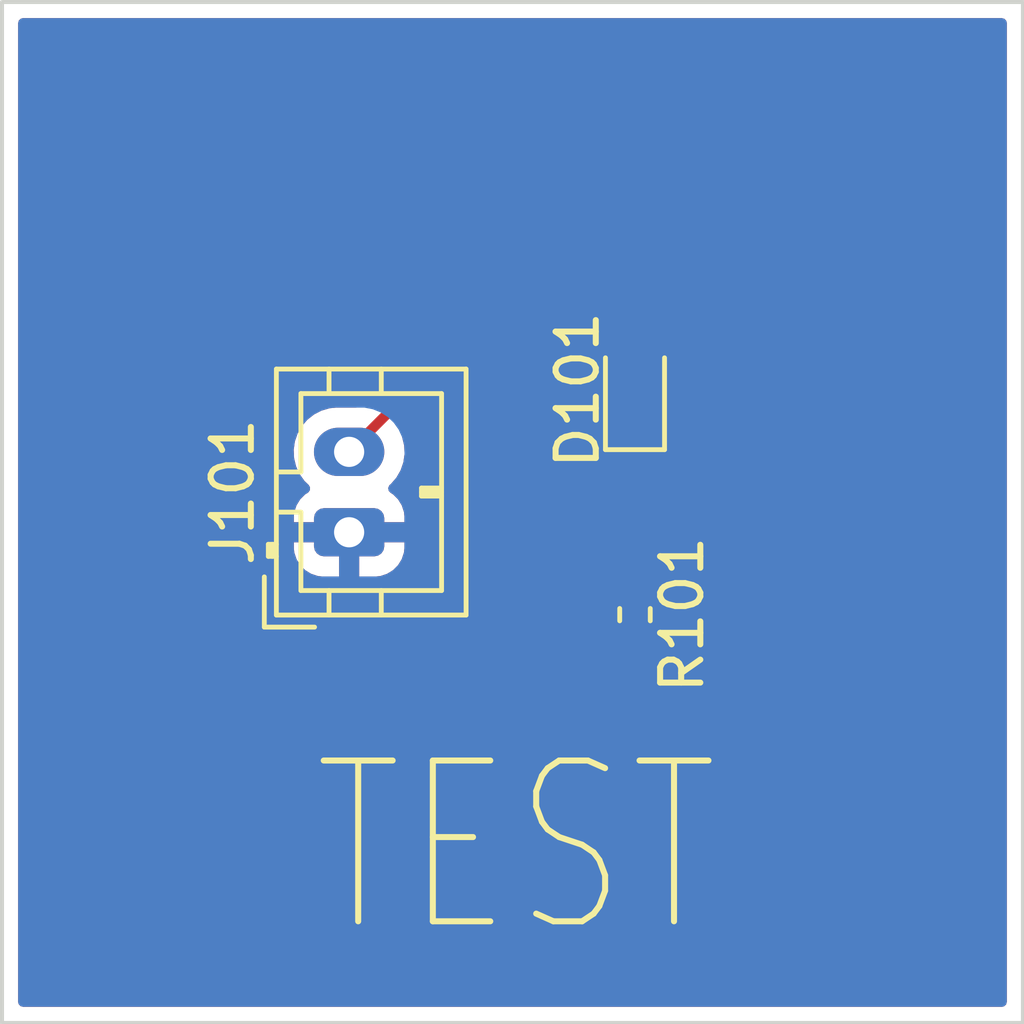
<source format=kicad_pcb>
(kicad_pcb (version 20221018) (generator pcbnew)
  (layers (0 "F.Cu" signal) (1 "In1.Cu" signal) (2 "In2.Cu" signal) (31 "B.Cu" signal) (34 "B.Paste" user) (35 "F.Paste" user) (36 "B.SilkS" user "B.Silkscreen") (37 "F.SilkS" user "F.Silkscreen") (38 "B.Mask" user) (39 "F.Mask" user) (44 "Edge.Cuts" user))
  (net 0 "")
  (net 1 "Net-(D101-K)")
  (net 2 "+3.3V")
  (net 3 "GND")
  (footprint "LED_SMD:LED_0603_E_1608Metric" (layer "F.Cu") (at 142.748 85.852 90)
    (fp_text reference "D101" (at 0 -1.43 90) (layer "F.SilkS"))
    (fp_text value "EMERALD")
    (fp_line (start -1.485 -0.735) (end -1.485 0.735) (stroke (width 0.12)) (layer "F.SilkS"))
    (fp_line (start -1.485 0.735) (end 0.8 0.735) (stroke (width 0.12)) (layer "F.SilkS"))
    (fp_line (start 0.8 -0.735) (end -1.485 -0.735) (stroke (width 0.12)) (layer "F.SilkS"))
    (pad "1" smd roundrect (at -0.7875 0 90) (size 0.875 0.95) (layers "F.Cu" "F.Paste" "F.Mask") (net 1 "Net-(D101-K)"))
    (pad "2" smd roundrect (at 0.7875 0 90) (size 0.875 0.95) (layers "F.Cu" "F.Paste" "F.Mask") (net 2 "+3.3V"))
  )
  (footprint "Resistor_SMD:R_0402_1005Metric" (layer "F.Cu") (at 142.748 91.441999 -90)
    (fp_text reference "R101" (at 0 -1.17 -90) (layer "F.SilkS"))
    (fp_text value "10k")
    (fp_line (start -0.153641 -0.38) (end 0.153641 -0.38) (stroke (width 0.12)) (layer "F.SilkS"))
    (fp_line (start -0.153641 0.38) (end 0.153641 0.38) (stroke (width 0.12)) (layer "F.SilkS"))
    (pad "1" smd roundrect (at -0.51 0 270) (size 0.54 0.64) (layers "F.Cu" "F.Paste" "F.Mask") (net 1 "Net-(D101-K)"))
    (pad "2" smd roundrect (at 0.51 0 270) (size 0.54 0.64) (layers "F.Cu" "F.Paste" "F.Mask") (net 3 "GND"))
  )
  (footprint "Connector_JST:JST_PH_B2B-PH-K_1x02_P2.00mm_Vertical" (layer "F.Cu") (at 135.636 88.392 90)
    (fp_text reference "J101" (at 0 -2.9 90) (layer "F.SilkS"))
    (fp_text value "2P-2MM-VERT")
    (fp_line (start -3.36 -2.11) (end -3.36 -0.86) (stroke (width 0.12)) (layer "F.SilkS"))
    (fp_line (start -3.06 -1.81) (end -3.06 2.91) (stroke (width 0.12)) (layer "F.SilkS"))
    (fp_line (start -3.06 -0.5) (end -2.45 -0.5) (stroke (width 0.12)) (layer "F.SilkS"))
    (fp_line (start -3.06 0.8) (end -2.45 0.8) (stroke (width 0.12)) (layer "F.SilkS"))
    (fp_line (start -3.06 2.91) (end 3.06 2.91) (stroke (width 0.12)) (layer "F.SilkS"))
    (fp_line (start -2.45 -1.2) (end -2.45 2.3) (stroke (width 0.12)) (layer "F.SilkS"))
    (fp_line (start -2.45 2.3) (end 2.45 2.3) (stroke (width 0.12)) (layer "F.SilkS"))
    (fp_line (start -2.11 -2.11) (end -3.36 -2.11) (stroke (width 0.12)) (layer "F.SilkS"))
    (fp_line (start -1.6 -2.01) (end -1.6 -1.81) (stroke (width 0.12)) (layer "F.SilkS"))
    (fp_line (start -1.3 -2.01) (end -1.6 -2.01) (stroke (width 0.12)) (layer "F.SilkS"))
    (fp_line (start -1.3 -1.91) (end -1.6 -1.91) (stroke (width 0.12)) (layer "F.SilkS"))
    (fp_line (start -1.3 -1.81) (end -1.3 -2.01) (stroke (width 0.12)) (layer "F.SilkS"))
    (fp_line (start -0.5 -1.81) (end -0.5 -1.2) (stroke (width 0.12)) (layer "F.SilkS"))
    (fp_line (start -0.5 -1.2) (end -2.45 -1.2) (stroke (width 0.12)) (layer "F.SilkS"))
    (fp_line (start -0.1 1.8) (end 0.1 1.8) (stroke (width 0.12)) (layer "F.SilkS"))
    (fp_line (start -0.1 2.3) (end -0.1 1.8) (stroke (width 0.12)) (layer "F.SilkS"))
    (fp_line (start 0 2.3) (end 0 1.8) (stroke (width 0.12)) (layer "F.SilkS"))
    (fp_line (start 0.1 1.8) (end 0.1 2.3) (stroke (width 0.12)) (layer "F.SilkS"))
    (fp_line (start 0.5 -1.2) (end 0.5 -1.81) (stroke (width 0.12)) (layer "F.SilkS"))
    (fp_line (start 2.45 -1.2) (end 0.5 -1.2) (stroke (width 0.12)) (layer "F.SilkS"))
    (fp_line (start 2.45 2.3) (end 2.45 -1.2) (stroke (width 0.12)) (layer "F.SilkS"))
    (fp_line (start 3.06 -1.81) (end -3.06 -1.81) (stroke (width 0.12)) (layer "F.SilkS"))
    (fp_line (start 3.06 -0.5) (end 2.45 -0.5) (stroke (width 0.12)) (layer "F.SilkS"))
    (fp_line (start 3.06 0.8) (end 2.45 0.8) (stroke (width 0.12)) (layer "F.SilkS"))
    (fp_line (start 3.06 2.91) (end 3.06 -1.81) (stroke (width 0.12)) (layer "F.SilkS"))
    (pad "1" thru_hole roundrect (at -1 0 90) (size 1.2 1.75) (drill 0.75) (layers "*.Cu" "*.Mask") (roundrect_rratio 0.208333) (net 3 "GND"))
    (pad "2" thru_hole oval (at 1 0 90) (size 1.2 1.75) (drill 0.75) (layers "*.Cu" "*.Mask") (net 2 "+3.3V"))
  )
  (gr_rect (start 127 76.2) (end 152.4 101.6) (stroke (width 0.1)) (fill none) (layer "Edge.Cuts"))
  (gr_text "TEST" (at 134.62 99.568) (layer "F.SilkS") (effects (font (size 4 3)) (justify left bottom)))
  (segment (start 142.748 90.931999) (end 142.748 86.6395) (width 0.25) (layer "F.Cu") (net 1))
  (segment (start 137.9635 85.0645) (end 135.636 87.392) (width 0.25) (layer "F.Cu") (net 2))
  (segment (start 142.748 85.0645) (end 137.9635 85.0645) (width 0.25) (layer "F.Cu") (net 2))
  (zone (net 3) (net_name "GND") (layers "F.Cu" "In1.Cu" "In2.Cu" "B.Cu") (connect_pads (clearance 0.5)) (min_thickness 0.25) (fill yes (thermal_gap 0.5) (thermal_bridge_width 0.5))
    (polygon (pts (xy 127 76.2) (xy 152.4 76.2) (xy 152.4 101.6) (xy 127 101.6)))
  )
)
</source>
